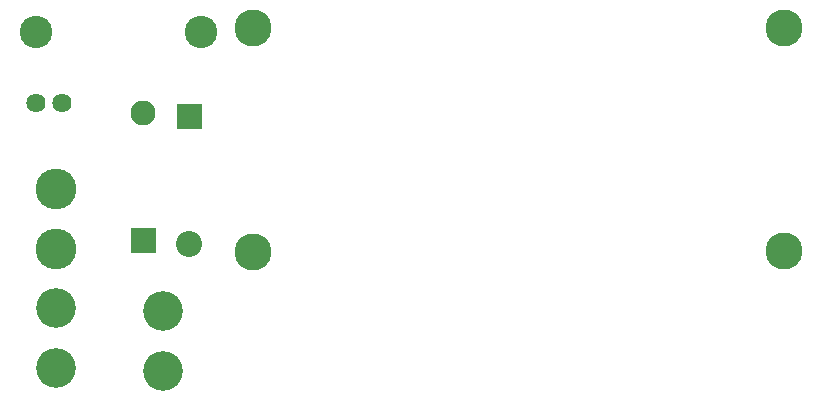
<source format=gbr>
G04 start of page 6 for group -4063 idx -4063 *
G04 Title: (unknown), componentmask *
G04 Creator: pcb 20110918 *
G04 CreationDate: sön  3 jan 2016 17:39:44 UTC *
G04 For: mohsen *
G04 Format: Gerber/RS-274X *
G04 PCB-Dimensions: 600000 500000 *
G04 PCB-Coordinate-Origin: lower left *
%MOIN*%
%FSLAX25Y25*%
%LNTOPMASK*%
%ADD54C,0.1360*%
%ADD53C,0.1237*%
%ADD52C,0.1320*%
%ADD51C,0.0870*%
%ADD50C,0.0640*%
%ADD49C,0.0830*%
%ADD48C,0.1080*%
%ADD47C,0.0001*%
G54D47*G36*
X64629Y456267D02*Y447967D01*
X72929D01*
Y456267D01*
X64629D01*
G37*
G54D48*X17661Y480299D03*
X72779D03*
G54D49*X53465Y453155D03*
G54D50*X17804Y456409D03*
X26465D03*
G54D51*X68779Y409617D03*
G54D52*X60197Y367339D03*
Y387339D03*
G54D47*G36*
X49315Y414805D02*Y406505D01*
X57615D01*
Y414805D01*
X49315D01*
G37*
G54D53*X89969Y406819D03*
X267134Y407212D03*
G54D52*X24260Y388063D03*
G54D54*Y428024D03*
Y408024D03*
G54D52*Y368063D03*
G54D53*X89969Y481622D03*
X267134D03*
M02*

</source>
